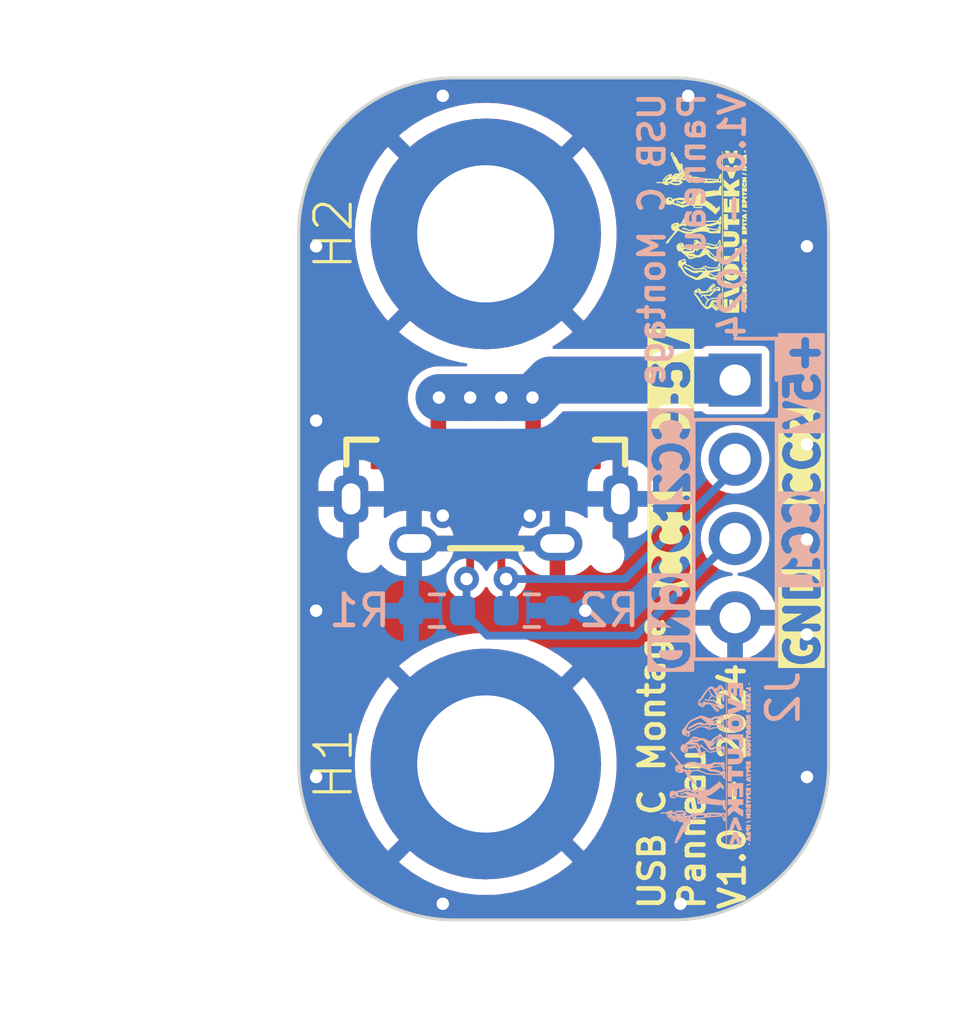
<source format=kicad_pcb>
(kicad_pcb (version 20221018) (generator pcbnew)
  (layers (0 "F.Cu" signal) (31 "B.Cu" signal) (34 "B.Paste" user) (35 "F.Paste" user) (36 "B.SilkS" user "B.Silkscreen") (37 "F.SilkS" user "F.Silkscreen") (38 "B.Mask" user) (39 "F.Mask" user) (44 "Edge.Cuts" user))
  (net 0 "")
  (net 1 "GND")
  (net 2 "/CC1")
  (net 3 "+5V")
  (net 4 "/CC2")
  (footprint "ComponentsEvo:WA-SMSI_9774030360" (layer "F.Cu") (at 25 42)
    (fp_text reference "H1" (at -4.2 0 90) (layer "F.SilkS") (effects (font (size 1.1684 1.1684) (thickness 0.1016)) (justify bottom)))
    (fp_text value "MountingHole_Pad")
    (pad "1" thru_hole roundrect (at 0 0) (size 7.4 7.4) (drill 4.4) (layers "*.Cu" "*.Mask") (roundrect_rratio 0.5) (net 1 "GND"))
  )
  (footprint "ComponentsEvo:WA-SMSI_9774030360" (layer "F.Cu") (at 25 25)
    (fp_text reference "H2" (at -4.2 0 90) (layer "F.SilkS") (effects (font (size 1.1684 1.1684) (thickness 0.1016)) (justify bottom)))
    (fp_text value "MountingHole_Pad")
    (pad "1" thru_hole roundrect (at 0 0) (size 7.4 7.4) (drill 4.4) (layers "*.Cu" "*.Mask") (roundrect_rratio 0.5) (net 1 "GND"))
  )
  (footprint "ConnectorsEvo:GCT_USB4140-GF-0170-C_REV0.4" (layer "F.Cu") (at 25 33.5)
    (fp_text reference "J1" hide)
    (fp_text value "USB_C_Receptacle_PowerOnly_6P" hide)
    (pad "" np_thru_hole circle (at -3.875 1.8) (size 0.65 0.65) (drill 0.65) (layers "*.Cu" "*.Mask"))
    (pad "" np_thru_hole circle (at 3.875 1.8) (size 0.65 0.65) (drill 0.65) (layers "*.Cu" "*.Mask"))
    (pad "A5" smd rect (at -0.5 -1.2) (size 0.7 2) (layers "F.Cu" "F.Paste" "F.Mask") (net 2 "/CC1"))
    (pad "A9" smd rect (at 1.52 -1.2) (size 0.76 2) (layers "F.Cu" "F.Paste" "F.Mask") (net 3 "+5V"))
    (pad "A12" smd rect (at 2.75 -1.2) (size 0.8 2) (layers "F.Cu" "F.Paste" "F.Mask") (net 1 "GND"))
    (pad "B5" smd rect (at 0.5 -1.2) (size 0.7 2) (layers "F.Cu" "F.Paste" "F.Mask") (net 4 "/CC2"))
    (pad "B9" smd rect (at -1.52 -1.2) (size 0.76 2) (layers "F.Cu" "F.Paste" "F.Mask") (net 3 "+5V"))
    (pad "B12" smd rect (at -2.75 -1.2) (size 0.8 2) (layers "F.Cu" "F.Paste" "F.Mask") (net 1 "GND"))
    (pad "S1" thru_hole roundrect (at -4.32 0) (size 1.1 1.5) (drill oval 0.6 1) (layers "*.Cu" "*.Mask") (net 1 "GND"))
    (pad "S1" thru_hole oval (at -2.3 1.43) (size 1.6 1.1) (drill oval 1.1 0.6) (layers "*.Cu" "*.Mask") (net 1 "GND"))
    (pad "S1" thru_hole oval (at 2.3 1.43) (size 1.6 1.1) (drill oval 1.1 0.6) (layers "*.Cu" "*.Mask") (net 1 "GND"))
    (pad "S1" thru_hole roundrect (at 4.32 0) (size 1.1 1.5) (drill oval 0.6 1) (layers "*.Cu" "*.Mask") (net 1 "GND"))
  )
  (footprint "ComponentsEvo:logo-evo-micro" (layer "F.Cu") (at 31.877 24.892 90)
    (fp_text reference "G***" hide)
    (fp_text value "LOGO" hide)
  )
  (footprint "Resistor_SMD:R_0603_1608Metric" (layer "B.Cu") (at 23.431 37.084 180)
    (fp_text reference "R1" (at 2.476 0) (layer "B.SilkS") (effects (justify mirror)))
    (fp_text value "5.1k" hide)
    (pad "1" smd roundrect (at -0.825 0 180) (size 0.8 0.95) (layers "B.Cu" "B.Paste" "B.Mask") (net 2 "/CC1"))
    (pad "2" smd roundrect (at 0.825 0 180) (size 0.8 0.95) (layers "B.Cu" "B.Paste" "B.Mask") (net 1 "GND"))
  )
  (footprint "Resistor_SMD:R_0603_1608Metric" (layer "B.Cu") (at 26.479 37.084)
    (fp_text reference "R2" (at 2.477 0) (layer "B.SilkS") (effects (justify mirror)))
    (fp_text value "5.1k" hide)
    (pad "1" smd roundrect (at -0.825 0) (size 0.8 0.95) (layers "B.Cu" "B.Paste" "B.Mask") (net 4 "/CC2"))
    (pad "2" smd roundrect (at 0.825 0) (size 0.8 0.95) (layers "B.Cu" "B.Paste" "B.Mask") (net 1 "GND"))
  )
  (footprint "ComponentsEvo:logo-evo-micro" (layer "B.Cu") (at 32.004 42.037 -90)
    (fp_text reference "G***" hide)
    (fp_text value "LOGO" hide)
  )
  (footprint "Connector_PinHeader_2.54mm:PinHeader_1x04_P2.54mm_Vertical" (layer "B.Cu") (at 33 29.69 180)
    (fp_text reference "J2" (at -1.544 -10.188 90) (layer "B.SilkS") (effects (justify mirror)))
    (fp_text value "Conn_01x04_Socket")
    (pad "1" thru_hole rect (at 0 0 180) (size 1.7 1.7) (drill 1) (layers "*.Cu" "*.Mask") (net 3 "+5V"))
    (pad "2" thru_hole oval (at 0 -2.54 180) (size 1.7 1.7) (drill 1) (layers "*.Cu" "*.Mask") (net 4 "/CC2"))
    (pad "3" thru_hole oval (at 0 -5.08 180) (size 1.7 1.7) (drill 1) (layers "*.Cu" "*.Mask") (net 2 "/CC1"))
    (pad "4" thru_hole oval (at 0 -7.62 180) (size 1.7 1.7) (drill 1) (layers "*.Cu" "*.Mask") (net 1 "GND"))
  )
  (gr_arc (start 24 47) (mid 20.464466 45.535534) (end 19 42) (stroke (width 0.1)) (layer "Edge.Cuts"))
  (gr_line (start 19 25) (end 19 42) (stroke (width 0.1)) (layer "Edge.Cuts"))
  (gr_arc (start 19 25) (mid 20.464466 21.464466) (end 24 20) (stroke (width 0.1)) (layer "Edge.Cuts"))
  (gr_line (start 24 47) (end 31 47) (stroke (width 0.1)) (layer "Edge.Cuts"))
  (gr_line (start 36 42) (end 36 25) (stroke (width 0.1)) (layer "Edge.Cuts"))
  (gr_arc (start 36 42) (mid 34.535534 45.535534) (end 31 47) (stroke (width 0.1)) (layer "Edge.Cuts"))
  (gr_line (start 31 20) (end 24 20) (stroke (width 0.1)) (layer "Edge.Cuts"))
  (gr_arc (start 31 20) (mid 34.535534 21.464466) (end 36 25) (stroke (width 0.1)) (layer "Edge.Cuts"))
  (gr_text "+5V" (at 35.179 29.718 90) (layer "B.SilkS" knockout) (effects (font (size 1 1) (thickness 0.25) bold) (justify mirror)))
  (gr_text "CC2\n" (at 30.988 32.131 90) (layer "B.SilkS" knockout) (effects (font (size 1 1) (thickness 0.25) bold) (justify mirror)))
  (gr_text "CC1" (at 35.1536 34.798 90) (layer "B.SilkS" knockout) (effects (font (size 1 1) (thickness 0.25) bold) (justify mirror)))
  (gr_text "USB C Montage\nPanneau\nV1.0 - 2024" (at 31.623 20.4 90) (layer "B.SilkS") (effects (font (size 0.8 0.8)) (justify left mirror)))
  (gr_text "GND" (at 30.988 37.465 90) (layer "B.SilkS" knockout) (effects (font (size 1 1) (thickness 0.25) bold) (justify mirror)))
  (gr_text "+5V" (at 30.988 29.718 90) (layer "F.SilkS" knockout) (effects (font (size 1 1) (thickness 0.25) bold)))
  (gr_text "CC2\n" (at 35.179 32.131 90) (layer "F.SilkS" knockout) (effects (font (size 1 1) (thickness 0.25) bold)))
  (gr_text "GND" (at 35.179 37.338 90) (layer "F.SilkS" knockout) (effects (font (size 1 1) (thickness 0.25) bold)))
  (gr_text "CC1" (at 30.988 34.798 90) (layer "F.SilkS" knockout) (effects (font (size 1 1) (thickness 0.25) bold)))
  (gr_text "USB C Montage\nPanneau\nV1.0 - 2024" (at 31.623 46.736 90) (layer "F.SilkS") (effects (font (size 0.8 0.8)) (justify left)))
  (via (at 19.558 25.4) (size 0.8) (drill 0.4) (layers "F.Cu" "B.Cu") (net 1))
  (via (at 19.558 42.418) (size 0.8) (drill 0.4) (layers "F.Cu" "B.Cu") (net 1))
  (via (at 28.194 37.084) (size 0.8) (drill 0.4) (layers "F.Cu" "B.Cu") (net 1))
  (via (at 19.558 37.084) (size 0.8) (drill 0.4) (layers "F.Cu" "B.Cu") (net 1))
  (via (at 23.622 34.036) (size 0.8) (drill 0.4) (layers "F.Cu" "B.Cu") (net 1))
  (via (at 31.242 46.482) (size 0.8) (drill 0.4) (layers "F.Cu" "B.Cu") (net 1))
  (via (at 19.558 30.988) (size 0.8) (drill 0.4) (layers "F.Cu" "B.Cu") (net 1))
  (via (at 35.306 25.4) (size 0.8) (drill 0.4) (layers "F.Cu" "B.Cu") (net 1))
  (via (at 23.622 46.482) (size 0.8) (drill 0.4) (layers "F.Cu" "B.Cu") (net 1))
  (via (at 35.306 37.846) (size 0.8) (drill 0.4) (layers "F.Cu" "B.Cu") (net 1))
  (via (at 35.306 34.798) (size 0.8) (drill 0.4) (layers "F.Cu" "B.Cu") (net 1))
  (via (at 26.416 34.036) (size 0.8) (drill 0.4) (layers "F.Cu" "B.Cu") (net 1))
  (via (at 23.622 20.574) (size 0.8) (drill 0.4) (layers "F.Cu" "B.Cu") (net 1))
  (via (at 35.306 31.75) (size 0.8) (drill 0.4) (layers "F.Cu" "B.Cu") (net 1))
  (via (at 35.306 42.418) (size 0.8) (drill 0.4) (layers "F.Cu" "B.Cu") (net 1))
  (via (at 31.496 20.574) (size 0.8) (drill 0.4) (layers "F.Cu" "B.Cu") (net 1))
  (segment (start 24.5 35.952) (end 24.384 36.068) (width 0.25) (layer "F.Cu") (net 2))
  (segment (start 24.5 32.3) (end 24.5 35.952) (width 0.25) (layer "F.Cu") (net 2))
  (via (at 24.384 36.068) (size 0.8) (drill 0.4) (layers "F.Cu" "B.Cu") (net 2))
  (segment (start 24.384 36.956) (end 24.256 37.084) (width 0.25) (layer "B.Cu") (net 2))
  (segment (start 32.9225 34.77) (end 33 34.77) (width 0.25) (layer "B.Cu") (net 2))
  (segment (start 24.384 36.068) (end 24.384 36.956) (width 0.25) (layer "B.Cu") (net 2))
  (segment (start 29.8085 37.884) (end 32.9225 34.77) (width 0.25) (layer "B.Cu") (net 2))
  (segment (start 24.256 37.084) (end 25.056 37.884) (width 0.25) (layer "B.Cu") (net 2))
  (segment (start 25.056 37.884) (end 29.8085 37.884) (width 0.25) (layer "B.Cu") (net 2))
  (segment (start 33 29.69) (end 27.06 29.69) (width 1.5) (layer "F.Cu") (net 3))
  (segment (start 26.5 30.25) (end 23.5 30.25) (width 1.5) (layer "F.Cu") (net 3))
  (segment (start 26.52 30.27) (end 26.5 30.25) (width 0.5) (layer "F.Cu") (net 3))
  (segment (start 23.48 30.27) (end 23.5 30.25) (width 0.5) (layer "F.Cu") (net 3))
  (segment (start 27.06 29.69) (end 26.5 30.25) (width 1.5) (layer "F.Cu") (net 3))
  (segment (start 23.48 32.3) (end 23.48 30.27) (width 0.5) (layer "F.Cu") (net 3))
  (segment (start 26.52 32.3) (end 26.52 30.27) (width 0.5) (layer "F.Cu") (net 3))
  (via (at 25.5 30.25) (size 0.8) (drill 0.4) (layers "F.Cu" "B.Cu") (net 3))
  (via (at 26.5 30.25) (size 0.8) (drill 0.4) (layers "F.Cu" "B.Cu") (net 3))
  (via (at 23.5 30.25) (size 0.8) (drill 0.4) (layers "F.Cu" "B.Cu") (net 3))
  (via (at 24.5 30.25) (size 0.8) (drill 0.4) (layers "F.Cu" "B.Cu") (net 3))
  (segment (start 26.5 30.25) (end 25.5 30.25) (width 1.5) (layer "B.Cu") (net 3))
  (segment (start 27.06 29.69) (end 26.5 30.25) (width 1.5) (layer "B.Cu") (net 3))
  (segment (start 24.5 30.25) (end 23.5 30.25) (width 1.5) (layer "B.Cu") (net 3))
  (segment (start 33 29.69) (end 27.06 29.69) (width 1.5) (layer "B.Cu") (net 3))
  (segment (start 25.5 30.25) (end 24.5 30.25) (width 1.5) (layer "B.Cu") (net 3))
  (segment (start 25.5 35.914) (end 25.654 36.068) (width 0.25) (layer "F.Cu") (net 4))
  (segment (start 25.5 32.3) (end 25.5 35.914) (width 0.25) (layer "F.Cu") (net 4))
  (via (at 25.654 36.068) (size 0.8) (drill 0.4) (layers "F.Cu" "B.Cu") (net 4))
  (segment (start 25.654 36.068) (end 25.654 37.084) (width 0.25) (layer "B.Cu") (net 4))
  (segment (start 25.654 36.068) (end 29.464 36.068) (width 0.25) (layer "B.Cu") (net 4))
  (segment (start 29.464 36.068) (end 33 32.532) (width 0.25) (layer "B.Cu") (net 4))
  (segment (start 33 32.532) (end 33 32.23) (width 0.25) (layer "B.Cu") (net 4))
  (zone (net 1) (net_name "GND") (layers "F&B.Cu") (connect_pads (clearance 0.25)) (min_thickness 0.1) (fill yes (thermal_gap 0.5) (thermal_bridge_width 0.5))
    (polygon (pts (xy 19 20) (xy 36 20) (xy 36 47) (xy 19 47)))
  )
)
</source>
